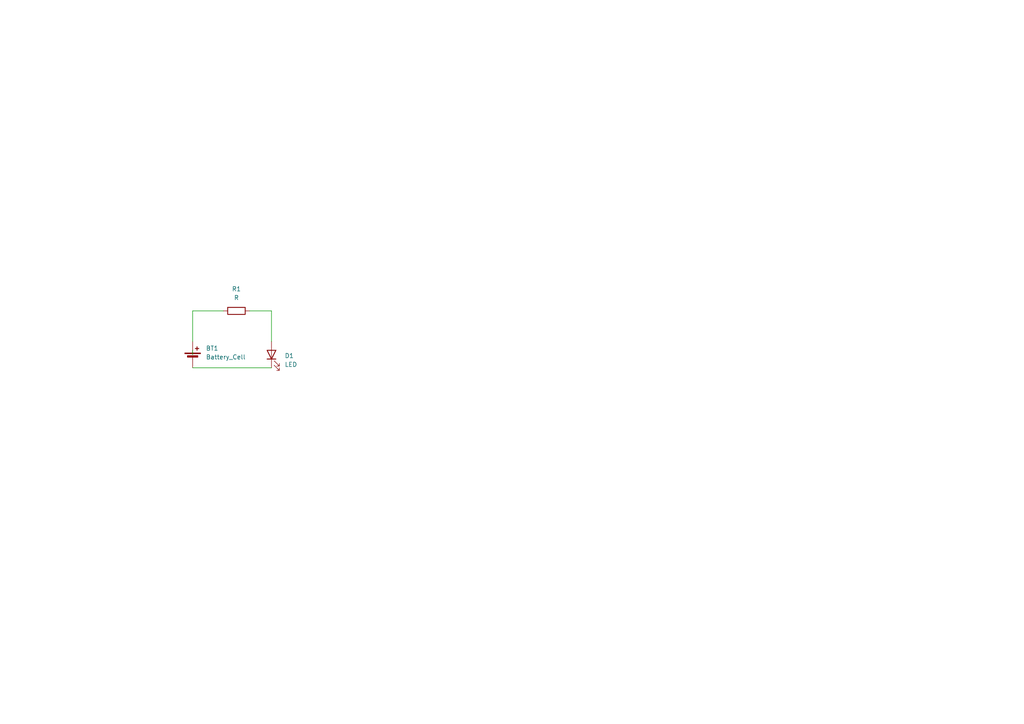
<source format=kicad_sch>
(kicad_sch (version 20231120) (generator "eeschema") (generator_version "8.0")
  (paper "A4")
  (lib_symbols
    (symbol "Device:Battery_Cell" (pin_numbers hide) (pin_names (offset 0) hide)
      (property "Reference" "BT" (at 2.54 2.54 0))
      (property "Value" "Battery_Cell" (at 2.54 0 0))
      (symbol "Battery_Cell_0_1"
        (rectangle (start -2.286 1.778) (end 2.286 1.524) (fill (type outline)))
        (rectangle (start -1.524 1.016) (end 1.524 0.508) (fill (type outline)))
        (polyline (pts (xy 0 0.762) (xy 0 0)))
        (polyline (pts (xy 0 1.778) (xy 0 2.54)))
        (polyline (pts (xy 0.762 3.048) (xy 1.778 3.048)) (stroke (width 0.254)))
        (polyline (pts (xy 1.27 3.556) (xy 1.27 2.54)) (stroke (width 0.254)))
      )
      (symbol "Battery_Cell_1_1"
        (pin passive line (at 0 5.08 270) (length 2.54) (name "+") (number "1"))
        (pin passive line (at 0 -2.54 90) (length 2.54) (name "-") (number "2"))
      )
    )
    (symbol "Device:LED" (pin_numbers hide) (pin_names (offset 1.016) hide)
      (property "Reference" "D" (at 0 2.54 0))
      (property "Value" "LED" (at 0 -2.54 0))
      (symbol "LED_0_1"
        (polyline (pts (xy -1.27 -1.27) (xy -1.27 1.27)) (stroke (width 0.254)))
        (polyline (pts (xy -1.27 0) (xy 1.27 0)))
        (polyline (pts (xy 1.27 -1.27) (xy 1.27 1.27) (xy -1.27 0) (xy 1.27 -1.27)) (stroke (width 0.254)))
        (polyline (pts (xy -3.048 -0.762) (xy -4.572 -2.286) (xy -3.81 -2.286) (xy -4.572 -2.286) (xy -4.572 -1.524)))
        (polyline (pts (xy -1.778 -0.762) (xy -3.302 -2.286) (xy -2.54 -2.286) (xy -3.302 -2.286) (xy -3.302 -1.524)))
      )
      (symbol "LED_1_1"
        (pin passive line (at -3.81 0 0) (length 2.54) (name "K") (number "1"))
        (pin passive line (at 3.81 0 180) (length 2.54) (name "A") (number "2"))
      )
    )
    (symbol "Device:R" (pin_numbers hide) (pin_names (offset 0))
      (property "Reference" "R" (at 2.032 0 90))
      (property "Value" "R" (at 0 0 90))
      (symbol "R_0_1"
        (rectangle (start -1.016 -2.54) (end 1.016 2.54) (stroke (width 0.254)))
      )
      (symbol "R_1_1"
        (pin passive line (at 0 3.81 270) (length 1.27) (name "~") (number "1"))
        (pin passive line (at 0 -3.81 90) (length 1.27) (name "~") (number "2"))
      )
    )
  )
  (wire (pts (xy 72.39 90.17) (xy 78.74 90.17)))
  (wire (pts (xy 78.74 90.17) (xy 78.74 99.06)))
  (wire (pts (xy 55.88 90.17) (xy 64.77 90.17)))
  (wire (pts (xy 55.88 99.06) (xy 55.88 90.17)))
  (wire (pts (xy 55.88 106.68) (xy 78.74 106.68)))
  (wire (pts (xy 55.88 101.6) (xy 55.88 102.87)))
  (symbol (lib_id "Device:R") (at 68.58 90.17 270) (unit 1)
    (property "Reference" "R1" (at 68.58 83.82 90))
    (property "Value" "R" (at 68.58 86.36 90))
    (property "Footprint" "Resistor_SMD:R_0805_2012Metric_Pad1.20x1.40mm_HandSolder" (effects (hide yes)))
    (property "Description" "Resistor" (effects (hide yes)))
  )
  (symbol (lib_id "Device:LED") (at 78.74 102.87 90) (unit 1)
    (property "Reference" "D1" (at 82.55 103.1874 90) (effects (justify right)))
    (property "Value" "LED" (at 82.55 105.7274 90) (effects (justify right)))
    (property "Footprint" "Diode_SMD:D_0805_2012Metric_Pad1.15x1.40mm_HandSolder" (effects (hide yes)))
    (property "Description" "Light emitting diode" (effects (hide yes)))
  )
  (symbol (lib_id "Device:Battery_Cell") (at 55.88 104.14 0) (unit 1)
    (property "Reference" "BT1" (at 59.69 101.0284 0) (effects (justify left)))
    (property "Value" "Battery_Cell" (at 59.69 103.5684 0) (effects (justify left)))
    (property "Footprint" "FS_3_Global_Footprint_Library:MS621FE-FL11E_SEC" (effects (hide yes)))
    (property "Description" "Single-cell battery" (effects (hide yes)))
  )
)
</source>
